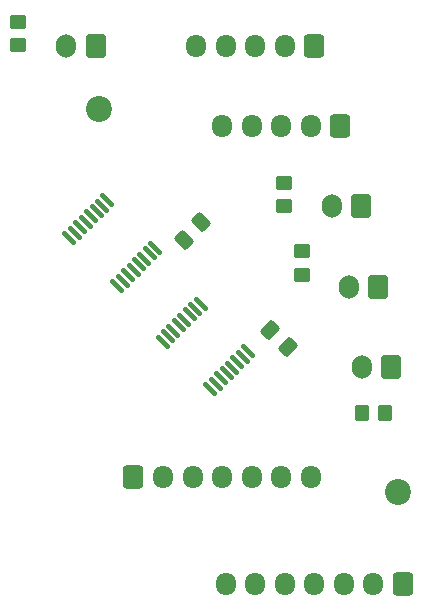
<source format=gts>
%TF.GenerationSoftware,KiCad,Pcbnew,7.0.9*%
%TF.CreationDate,2023-12-16T21:13:00+01:00*%
%TF.ProjectId,RH_GripLogicBoard_FreeJoy,52485f47-7269-4704-9c6f-676963426f61,rev?*%
%TF.SameCoordinates,Original*%
%TF.FileFunction,Soldermask,Top*%
%TF.FilePolarity,Negative*%
%FSLAX46Y46*%
G04 Gerber Fmt 4.6, Leading zero omitted, Abs format (unit mm)*
G04 Created by KiCad (PCBNEW 7.0.9) date 2023-12-16 21:13:00*
%MOMM*%
%LPD*%
G01*
G04 APERTURE LIST*
G04 Aperture macros list*
%AMRoundRect*
0 Rectangle with rounded corners*
0 $1 Rounding radius*
0 $2 $3 $4 $5 $6 $7 $8 $9 X,Y pos of 4 corners*
0 Add a 4 corners polygon primitive as box body*
4,1,4,$2,$3,$4,$5,$6,$7,$8,$9,$2,$3,0*
0 Add four circle primitives for the rounded corners*
1,1,$1+$1,$2,$3*
1,1,$1+$1,$4,$5*
1,1,$1+$1,$6,$7*
1,1,$1+$1,$8,$9*
0 Add four rect primitives between the rounded corners*
20,1,$1+$1,$2,$3,$4,$5,0*
20,1,$1+$1,$4,$5,$6,$7,0*
20,1,$1+$1,$6,$7,$8,$9,0*
20,1,$1+$1,$8,$9,$2,$3,0*%
G04 Aperture macros list end*
%ADD10RoundRect,0.250000X-0.600000X-0.725000X0.600000X-0.725000X0.600000X0.725000X-0.600000X0.725000X0*%
%ADD11O,1.700000X1.950000*%
%ADD12RoundRect,0.250000X0.600000X0.725000X-0.600000X0.725000X-0.600000X-0.725000X0.600000X-0.725000X0*%
%ADD13C,2.200000*%
%ADD14RoundRect,0.250000X-0.097227X0.574524X-0.574524X0.097227X0.097227X-0.574524X0.574524X-0.097227X0*%
%ADD15RoundRect,0.250000X0.450000X-0.350000X0.450000X0.350000X-0.450000X0.350000X-0.450000X-0.350000X0*%
%ADD16RoundRect,0.100000X-0.521491X0.380070X0.380070X-0.521491X0.521491X-0.380070X-0.380070X0.521491X0*%
%ADD17RoundRect,0.250000X0.600000X0.750000X-0.600000X0.750000X-0.600000X-0.750000X0.600000X-0.750000X0*%
%ADD18O,1.700000X2.000000*%
%ADD19RoundRect,0.250000X-0.350000X-0.450000X0.350000X-0.450000X0.350000X0.450000X-0.350000X0.450000X0*%
%ADD20RoundRect,0.250000X0.574524X0.097227X0.097227X0.574524X-0.574524X-0.097227X-0.097227X-0.574524X0*%
G04 APERTURE END LIST*
D10*
X33890000Y-55520000D03*
D11*
X36390000Y-55520000D03*
X38890000Y-55520000D03*
X41390000Y-55520000D03*
X43890000Y-55520000D03*
X46390000Y-55520000D03*
X48890000Y-55520000D03*
D12*
X51390000Y-25830000D03*
D11*
X48890000Y-25830000D03*
X46390000Y-25830000D03*
X43890000Y-25830000D03*
X41390000Y-25830000D03*
D13*
X30930000Y-24390000D03*
D14*
X39603623Y-34006377D03*
X38136377Y-35473623D03*
D13*
X56310000Y-56850000D03*
D12*
X56680000Y-64610000D03*
D11*
X54180000Y-64610000D03*
X51680000Y-64610000D03*
X49180000Y-64610000D03*
X46680000Y-64610000D03*
X44180000Y-64610000D03*
X41680000Y-64610000D03*
D15*
X46630000Y-32640000D03*
X46630000Y-30640000D03*
D16*
X31684575Y-32117239D03*
X31224955Y-32576858D03*
X30765336Y-33036478D03*
X30305717Y-33496097D03*
X29846097Y-33955717D03*
X29386478Y-34415336D03*
X28926858Y-34874955D03*
X28467239Y-35334575D03*
X32515425Y-39382761D03*
X32975045Y-38923142D03*
X33434664Y-38463522D03*
X33894283Y-38003903D03*
X34353903Y-37544283D03*
X34813522Y-37084664D03*
X35273142Y-36625045D03*
X35732761Y-36165425D03*
D12*
X49180000Y-19030000D03*
D11*
X46680000Y-19030000D03*
X44180000Y-19030000D03*
X41680000Y-19030000D03*
X39180000Y-19030000D03*
D17*
X54630000Y-39440000D03*
D18*
X52130000Y-39440000D03*
D19*
X53200000Y-50100000D03*
X55200000Y-50100000D03*
D15*
X48140000Y-38420000D03*
X48140000Y-36420000D03*
D17*
X53160000Y-32640000D03*
D18*
X50660000Y-32640000D03*
D17*
X30700000Y-19035000D03*
D18*
X28200000Y-19035000D03*
D17*
X55700000Y-46250000D03*
D18*
X53200000Y-46250000D03*
D16*
X39564575Y-40867239D03*
X39104955Y-41326858D03*
X38645336Y-41786478D03*
X38185717Y-42246097D03*
X37726097Y-42705717D03*
X37266478Y-43165336D03*
X36806858Y-43624955D03*
X36347239Y-44084575D03*
X40395425Y-48132761D03*
X40855045Y-47673142D03*
X41314664Y-47213522D03*
X41774283Y-46753903D03*
X42233903Y-46294283D03*
X42693522Y-45834664D03*
X43153142Y-45375045D03*
X43612761Y-44915425D03*
D15*
X24140000Y-19010000D03*
X24140000Y-17010000D03*
D20*
X46933623Y-44543623D03*
X45466377Y-43076377D03*
M02*

</source>
